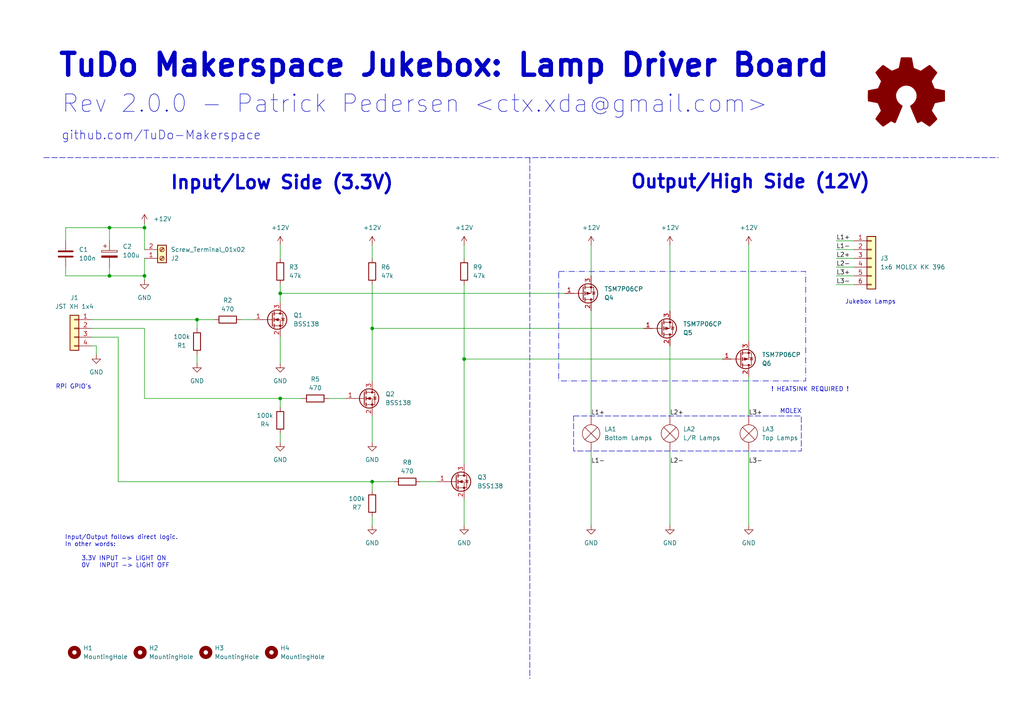
<source format=kicad_sch>
(kicad_sch (version 20231120) (generator "eeschema") (generator_version "8.0")
  (paper "A4")
  (title_block (title "Jukebox Lamp Driver Board") (date "2024-10-14") (rev "v1.0.0") (company "TuDo Makerspace"))
  (lib_symbols
    (symbol "Connector:Screw_Terminal_01x02" (pin_names (offset 1.016) hide)
      (property "Reference" "J" (at 0 2.54 0))
      (property "Value" "Screw_Terminal_01x02" (at 0 -5.08 0))
      (symbol "Screw_Terminal_01x02_1_1"
        (rectangle (start -1.27 1.27) (end 1.27 -3.81) (stroke (width 0.254)) (fill (type background)))
        (circle (center 0 -2.54) (radius 0.635) (stroke (width 0.1524)))
        (polyline (pts (xy -0.5334 -2.2098) (xy 0.3302 -3.048)) (stroke (width 0.1524)))
        (polyline (pts (xy -0.5334 0.3302) (xy 0.3302 -0.508)) (stroke (width 0.1524)))
        (polyline (pts (xy -0.3556 -2.032) (xy 0.508 -2.8702)) (stroke (width 0.1524)))
        (polyline (pts (xy -0.3556 0.508) (xy 0.508 -0.3302)) (stroke (width 0.1524)))
        (circle (center 0 0) (radius 0.635) (stroke (width 0.1524)))
        (pin passive line (at -5.08 0 0) (length 3.81) (name "Pin_1") (number "1"))
        (pin passive line (at -5.08 -2.54 0) (length 3.81) (name "Pin_2") (number "2"))
      )
    )
    (symbol "Connector_Generic:Conn_01x04" (pin_names (offset 1.016) hide)
      (property "Reference" "J" (at 0 5.08 0))
      (property "Value" "Conn_01x04" (at 0 -7.62 0))
      (symbol "Conn_01x04_1_1"
        (rectangle (start -1.27 -4.953) (end 0 -5.207) (stroke (width 0.1524)))
        (rectangle (start -1.27 -2.413) (end 0 -2.667) (stroke (width 0.1524)))
        (rectangle (start -1.27 0.127) (end 0 -0.127) (stroke (width 0.1524)))
        (rectangle (start -1.27 2.667) (end 0 2.413) (stroke (width 0.1524)))
        (rectangle (start -1.27 3.81) (end 1.27 -6.35) (stroke (width 0.254)) (fill (type background)))
        (pin passive line (at -5.08 2.54 0) (length 3.81) (name "Pin_1") (number "1"))
        (pin passive line (at -5.08 0 0) (length 3.81) (name "Pin_2") (number "2"))
        (pin passive line (at -5.08 -2.54 0) (length 3.81) (name "Pin_3") (number "3"))
        (pin passive line (at -5.08 -5.08 0) (length 3.81) (name "Pin_4") (number "4"))
      )
    )
    (symbol "Connector_Generic:Conn_01x06" (pin_names (offset 1.016) hide)
      (property "Reference" "J" (at 0 7.62 0))
      (property "Value" "Conn_01x06" (at 0 -10.16 0))
      (symbol "Conn_01x06_1_1"
        (rectangle (start -1.27 -7.493) (end 0 -7.747) (stroke (width 0.1524)))
        (rectangle (start -1.27 -4.953) (end 0 -5.207) (stroke (width 0.1524)))
        (rectangle (start -1.27 -2.413) (end 0 -2.667) (stroke (width 0.1524)))
        (rectangle (start -1.27 0.127) (end 0 -0.127) (stroke (width 0.1524)))
        (rectangle (start -1.27 2.667) (end 0 2.413) (stroke (width 0.1524)))
        (rectangle (start -1.27 5.207) (end 0 4.953) (stroke (width 0.1524)))
        (rectangle (start -1.27 6.35) (end 1.27 -8.89) (stroke (width 0.254)) (fill (type background)))
        (pin passive line (at -5.08 5.08 0) (length 3.81) (name "Pin_1") (number "1"))
        (pin passive line (at -5.08 2.54 0) (length 3.81) (name "Pin_2") (number "2"))
        (pin passive line (at -5.08 0 0) (length 3.81) (name "Pin_3") (number "3"))
        (pin passive line (at -5.08 -2.54 0) (length 3.81) (name "Pin_4") (number "4"))
        (pin passive line (at -5.08 -5.08 0) (length 3.81) (name "Pin_5") (number "5"))
        (pin passive line (at -5.08 -7.62 0) (length 3.81) (name "Pin_6") (number "6"))
      )
    )
    (symbol "Device:C" (pin_numbers hide) (pin_names (offset 0.254))
      (property "Reference" "C" (at 0.635 2.54 0))
      (property "Value" "C" (at 0.635 -2.54 0))
      (symbol "C_0_1"
        (polyline (pts (xy -2.032 -0.762) (xy 2.032 -0.762)) (stroke (width 0.508)))
        (polyline (pts (xy -2.032 0.762) (xy 2.032 0.762)) (stroke (width 0.508)))
      )
      (symbol "C_1_1"
        (pin passive line (at 0 3.81 270) (length 2.794) (name "~") (number "1"))
        (pin passive line (at 0 -3.81 90) (length 2.794) (name "~") (number "2"))
      )
    )
    (symbol "Device:C_Polarized" (pin_numbers hide) (pin_names (offset 0.254))
      (property "Reference" "C" (at 0.635 2.54 0))
      (property "Value" "C_Polarized" (at 0.635 -2.54 0))
      (symbol "C_Polarized_0_1"
        (rectangle (start -2.286 0.508) (end 2.286 1.016))
        (polyline (pts (xy -1.778 2.286) (xy -0.762 2.286)))
        (polyline (pts (xy -1.27 2.794) (xy -1.27 1.778)))
        (rectangle (start 2.286 -0.508) (end -2.286 -1.016) (fill (type outline)))
      )
      (symbol "C_Polarized_1_1"
        (pin passive line (at 0 3.81 270) (length 2.794) (name "~") (number "1"))
        (pin passive line (at 0 -3.81 90) (length 2.794) (name "~") (number "2"))
      )
    )
    (symbol "Device:Lamp" (pin_numbers hide) (pin_names (offset 0.0254) hide)
      (property "Reference" "LA" (at 0.635 3.81 0))
      (property "Value" "Lamp" (at 0.635 -3.81 0))
      (symbol "Lamp_0_1"
        (polyline (pts (xy -1.778 1.778) (xy 1.778 -1.778)))
        (polyline (pts (xy 1.778 1.778) (xy -1.778 -1.778)))
        (circle (center 0 0) (radius 2.54))
      )
      (symbol "Lamp_1_1"
        (pin passive line (at 0 -5.08 90) (length 2.54) (name "-") (number "1"))
        (pin passive line (at 0 5.08 270) (length 2.54) (name "+") (number "2"))
      )
    )
    (symbol "Device:Q_PMOS_GDS" (pin_names (offset 0) hide)
      (property "Reference" "Q" (at 5.08 1.27 0))
      (property "Value" "Q_PMOS_GDS" (at 5.08 -1.27 0))
      (symbol "Q_PMOS_GDS_0_1"
        (polyline (pts (xy 0.254 0) (xy -2.54 0)))
        (polyline (pts (xy 0.254 1.905) (xy 0.254 -1.905)) (stroke (width 0.254)))
        (polyline (pts (xy 0.762 -1.27) (xy 0.762 -2.286)) (stroke (width 0.254)))
        (polyline (pts (xy 0.762 0.508) (xy 0.762 -0.508)) (stroke (width 0.254)))
        (polyline (pts (xy 0.762 2.286) (xy 0.762 1.27)) (stroke (width 0.254)))
        (polyline (pts (xy 2.54 2.54) (xy 2.54 1.778)))
        (polyline (pts (xy 2.54 -2.54) (xy 2.54 0) (xy 0.762 0)))
        (polyline (pts (xy 0.762 1.778) (xy 3.302 1.778) (xy 3.302 -1.778) (xy 0.762 -1.778)))
        (polyline (pts (xy 2.286 0) (xy 1.27 0.381) (xy 1.27 -0.381) (xy 2.286 0)) (fill (type outline)))
        (polyline (pts (xy 2.794 -0.508) (xy 2.921 -0.381) (xy 3.683 -0.381) (xy 3.81 -0.254)))
        (polyline (pts (xy 3.302 -0.381) (xy 2.921 0.254) (xy 3.683 0.254) (xy 3.302 -0.381)))
        (circle (center 1.651 0) (radius 2.794) (stroke (width 0.254)))
        (circle (center 2.54 -1.778) (radius 0.254) (fill (type outline)))
        (circle (center 2.54 1.778) (radius 0.254) (fill (type outline)))
      )
      (symbol "Q_PMOS_GDS_1_1"
        (pin input line (at -5.08 0 0) (length 2.54) (name "G") (number "1"))
        (pin passive line (at 2.54 5.08 270) (length 2.54) (name "D") (number "2"))
        (pin passive line (at 2.54 -5.08 90) (length 2.54) (name "S") (number "3"))
      )
    )
    (symbol "Device:R" (pin_numbers hide) (pin_names (offset 0))
      (property "Reference" "R" (at 2.032 0 90))
      (property "Value" "R" (at 0 0 90))
      (symbol "R_0_1"
        (rectangle (start -1.016 -2.54) (end 1.016 2.54) (stroke (width 0.254)))
      )
      (symbol "R_1_1"
        (pin passive line (at 0 3.81 270) (length 1.27) (name "~") (number "1"))
        (pin passive line (at 0 -3.81 90) (length 1.27) (name "~") (number "2"))
      )
    )
    (symbol "Graphic:Logo_Open_Hardware_Large" (in_bom no) (on_board no)
      (symbol "Logo_Open_Hardware_Large_1_1"
        (polyline (pts (xy 6.731 -8.7122) (xy 6.6294 -8.6614) (xy 6.35 -8.4836) (xy 5.9944 -8.255) (xy 5.5372 -7.9502) (xy 5.1054 -7.6454) (xy 4.7498 -7.4168) (xy 4.4958 -7.239) (xy 4.3942 -7.1882) (xy 4.318 -7.2136) (xy 4.1148 -7.3152) (xy 3.81 -7.4676) (xy 3.6322 -7.5692) (xy 3.3528 -7.6708) (xy 3.2258 -7.6962) (xy 3.2004 -7.6708) (xy 3.0988 -7.4676) (xy 2.9464 -7.0866) (xy 2.7178 -6.604) (xy 2.4892 -6.0452) (xy 2.2352 -5.4356) (xy 1.9558 -4.826) (xy 1.7272 -4.2164) (xy 1.4986 -3.683) (xy 1.3208 -3.2512) (xy 1.2192 -2.9464) (xy 1.1684 -2.8194) (xy 1.1938 -2.794) (xy 1.3208 -2.667) (xy 1.5748 -2.4892) (xy 2.0828 -2.0574) (xy 2.6162 -1.397) (xy 2.921 -0.6604) (xy 3.048 0.1524) (xy 2.9464 0.9144) (xy 2.6416 1.6256) (xy 2.1336 2.286) (xy 1.524 2.7686) (xy 0.8128 3.0734) (xy 0 3.175) (xy -0.762 3.0988) (xy -1.4986 2.794) (xy -2.159 2.286) (xy -2.4384 1.9812) (xy -2.8194 1.3208) (xy -3.048 0.6096) (xy -3.0734 0.4318) (xy -3.0226 -0.3556) (xy -2.794 -1.0922) (xy -2.3876 -1.7526) (xy -1.8288 -2.3114) (xy -1.7526 -2.3622) (xy -1.4732 -2.5654) (xy -1.2954 -2.6924) (xy -1.1684 -2.8194) (xy -2.159 -5.207) (xy -2.3114 -5.588) (xy -2.5908 -6.2484) (xy -2.8194 -6.8072) (xy -3.0226 -7.2644) (xy -3.1496 -7.5692) (xy -3.2258 -7.6708) (xy -3.2258 -7.6962) (xy -3.302 -7.6962) (xy -3.4798 -7.6454) (xy -3.8354 -7.4676) (xy -4.0386 -7.366) (xy -4.2926 -7.239) (xy -4.4196 -7.1882) (xy -4.5212 -7.239) (xy -4.7498 -7.3914) (xy -5.1054 -7.6454) (xy -5.5372 -7.9248) (xy -5.9436 -8.2042) (xy -6.3246 -8.4582) (xy -6.604 -8.636) (xy -6.731 -8.7122) (xy -6.7564 -8.7122) (xy -6.858 -8.636) (xy -7.0866 -8.4582) (xy -7.4168 -8.1534) (xy -7.874 -7.6962) (xy -7.9502 -7.62) (xy -8.3312 -7.239) (xy -8.636 -6.9088) (xy -8.8392 -6.6802) (xy -8.9154 -6.5786) (xy -8.9154 -6.5786) (xy -8.8392 -6.4516) (xy -8.6614 -6.1722) (xy -8.4328 -5.7912) (xy -8.128 -5.3594) (xy -7.3152 -4.191) (xy -7.7724 -3.0988) (xy -7.8994 -2.7686) (xy -8.0772 -2.3622) (xy -8.2042 -2.0828) (xy -8.255 -1.9558) (xy -8.382 -1.905) (xy -8.6614 -1.8542) (xy -9.0932 -1.7526) (xy -9.6266 -1.651) (xy -10.1092 -1.5748) (xy -10.541 -1.4732) (xy -10.8712 -1.4224) (xy -11.0236 -1.397) (xy -11.049 -1.3716) (xy -11.0744 -1.2954) (xy -11.0998 -1.143) (xy -11.0998 -0.889) (xy -11.1252 -0.4572) (xy -11.1252 0.1524) (xy -11.1252 0.2286) (xy -11.0998 0.8128) (xy -11.0998 1.27) (xy -11.0744 1.5494) (xy -11.0744 1.6764) (xy -11.0744 1.6764) (xy -10.922 1.7018) (xy -10.6172 1.778) (xy -10.16 1.8542) (xy -9.652 1.9558) (xy -9.6012 1.9812) (xy -9.0932 2.0828) (xy -8.636 2.159) (xy -8.3312 2.2352) (xy -8.2042 2.286) (xy -8.1788 2.3114) (xy -8.0772 2.5146) (xy -7.9248 2.8448) (xy -7.747 3.2512) (xy -7.5692 3.6576) (xy -7.4168 4.0386) (xy -7.3152 4.318) (xy -7.2898 4.445) (xy -7.2898 4.445) (xy -7.366 4.572) (xy -7.5438 4.826) (xy -7.7978 5.207) (xy -8.128 5.6642) (xy -8.128 5.6896) (xy -8.4328 6.1468) (xy -8.6868 6.5278) (xy -8.8392 6.7818) (xy -8.9154 6.9088) (xy -8.9154 6.9088) (xy -8.8138 7.0358) (xy -8.5852 7.2898) (xy -8.255 7.6454) (xy -7.874 8.0264) (xy -7.747 8.1534) (xy -7.3152 8.5852) (xy -7.0104 8.8646) (xy -6.8326 8.9916) (xy -6.731 9.0424) (xy -6.731 9.0424) (xy -6.604 8.9408) (xy -6.3246 8.763) (xy -5.9436 8.509) (xy -5.4864 8.2042) (xy -5.461 8.1788) (xy -5.0038 7.874) (xy -4.6482 7.62) (xy -4.3688 7.4422) (xy -4.2672 7.3914) (xy -4.2418 7.3914) (xy -4.064 7.4422) (xy -3.7338 7.5438) (xy -3.3528 7.6962) (xy -2.9464 7.874) (xy -2.5654 8.0264) (xy -2.286 8.1534) (xy -2.159 8.2296) (xy -2.159 8.2296) (xy -2.1082 8.382) (xy -2.032 8.7122) (xy -1.9304 9.1694) (xy -1.8288 9.7282) (xy -1.8034 9.8044) (xy -1.7018 10.3378) (xy -1.6256 10.7696) (xy -1.5748 11.0744) (xy -1.524 11.2014) (xy -1.4478 11.2268) (xy -1.1938 11.2522) (xy -0.8128 11.2522) (xy -0.3302 11.2522) (xy 0.1524 11.2522) (xy 0.6604 11.2522) (xy 1.0668 11.2268) (xy 1.3716 11.2014) (xy 1.4986 11.176) (xy 1.4986 11.176) (xy 1.5494 11.0236) (xy 1.6256 10.6934) (xy 1.7018 10.2108) (xy 1.8288 9.6774) (xy 1.8288 9.5758) (xy 1.9304 9.0424) (xy 2.032 8.6106) (xy 2.0828 8.3058) (xy 2.1336 8.2042) (xy 2.159 8.1788) (xy 2.3876 8.0772) (xy 2.7432 7.9248) (xy 3.175 7.747) (xy 4.191 7.3406) (xy 5.461 8.2042) (xy 5.5626 8.2804) (xy 6.0198 8.5852) (xy 6.3754 8.8392) (xy 6.6294 8.9916) (xy 6.7564 9.0424) (xy 6.7564 9.0424) (xy 6.8834 8.9408) (xy 7.1374 8.7122) (xy 7.4676 8.382) (xy 7.8486 7.9756) (xy 8.1534 7.6962) (xy 8.4836 7.3406) (xy 8.7122 7.112) (xy 8.8392 6.9596) (xy 8.8646 6.858) (xy 8.8646 6.8072) (xy 8.7884 6.6802) (xy 8.6106 6.4008) (xy 8.3312 6.0198) (xy 8.0264 5.588) (xy 7.7978 5.207) (xy 7.5184 4.8006) (xy 7.3406 4.4958) (xy 7.2898 4.3434) (xy 7.2898 4.2926) (xy 7.3914 4.0386) (xy 7.5184 3.683) (xy 7.7216 3.2258) (xy 8.1534 2.2352) (xy 8.7884 2.1082) (xy 9.1948 2.0574) (xy 9.7536 1.9304) (xy 10.2616 1.8288) (xy 11.0998 1.6764) (xy 11.1252 -1.3208) (xy 10.9982 -1.3716) (xy 10.8712 -1.397) (xy 10.5664 -1.4732) (xy 10.1346 -1.5494) (xy 9.6266 -1.651) (xy 9.1948 -1.7272) (xy 8.7376 -1.8288) (xy 8.4328 -1.8796) (xy 8.2804 -1.905) (xy 8.255 -1.9558) (xy 8.1534 -2.159) (xy 7.9756 -2.5146) (xy 7.8232 -2.921) (xy 7.6454 -3.3274) (xy 7.493 -3.7338) (xy 7.366 -4.0132) (xy 7.3406 -4.191) (xy 7.3914 -4.2926) (xy 7.5692 -4.5466) (xy 7.7978 -4.9276) (xy 8.1026 -5.3594) (xy 8.4074 -5.7912) (xy 8.6614 -6.1722) (xy 8.8138 -6.4262) (xy 8.89 -6.5532) (xy 8.8646 -6.6548) (xy 8.6868 -6.858) (xy 8.3566 -7.1882) (xy 7.874 -7.6708) (xy 7.7978 -7.747) (xy 7.3914 -8.128) (xy 7.0612 -8.4328) (xy 6.8326 -8.636) (xy 6.731 -8.7122)) (fill (type outline)))
      )
    )
    (symbol "Mechanical:MountingHole" (pin_names (offset 1.016)) (exclude_from_sim yes) (in_bom no)
      (property "Reference" "H" (at 0 5.08 0))
      (property "Value" "MountingHole" (at 0 3.175 0))
      (symbol "MountingHole_0_1"
        (circle (center 0 0) (radius 1.27) (stroke (width 1.27)))
      )
    )
    (symbol "Transistor_FET:BSS138" (pin_names hide)
      (property "Reference" "Q" (at 5.08 1.905 0))
      (property "Value" "BSS138" (at 5.08 0 0))
      (symbol "BSS138_0_1"
        (polyline (pts (xy 0.254 0) (xy -2.54 0)))
        (polyline (pts (xy 0.254 1.905) (xy 0.254 -1.905)) (stroke (width 0.254)))
        (polyline (pts (xy 0.762 -1.27) (xy 0.762 -2.286)) (stroke (width 0.254)))
        (polyline (pts (xy 0.762 0.508) (xy 0.762 -0.508)) (stroke (width 0.254)))
        (polyline (pts (xy 0.762 2.286) (xy 0.762 1.27)) (stroke (width 0.254)))
        (polyline (pts (xy 2.54 2.54) (xy 2.54 1.778)))
        (polyline (pts (xy 2.54 -2.54) (xy 2.54 0) (xy 0.762 0)))
        (polyline (pts (xy 0.762 -1.778) (xy 3.302 -1.778) (xy 3.302 1.778) (xy 0.762 1.778)))
        (polyline (pts (xy 1.016 0) (xy 2.032 0.381) (xy 2.032 -0.381) (xy 1.016 0)) (fill (type outline)))
        (polyline (pts (xy 2.794 0.508) (xy 2.921 0.381) (xy 3.683 0.381) (xy 3.81 0.254)))
        (polyline (pts (xy 3.302 0.381) (xy 2.921 -0.254) (xy 3.683 -0.254) (xy 3.302 0.381)))
        (circle (center 1.651 0) (radius 2.794) (stroke (width 0.254)))
        (circle (center 2.54 -1.778) (radius 0.254) (fill (type outline)))
        (circle (center 2.54 1.778) (radius 0.254) (fill (type outline)))
      )
      (symbol "BSS138_1_1"
        (pin input line (at -5.08 0 0) (length 2.54) (name "G") (number "1"))
        (pin passive line (at 2.54 -5.08 90) (length 2.54) (name "S") (number "2"))
        (pin passive line (at 2.54 5.08 270) (length 2.54) (name "D") (number "3"))
      )
    )
    (symbol "power:+12V" (power) (pin_numbers hide) (pin_names (offset 0) hide)
      (property "Value" "+12V" (at 0 3.556 0))
      (symbol "+12V_0_1"
        (polyline (pts (xy -0.762 1.27) (xy 0 2.54)))
        (polyline (pts (xy 0 0) (xy 0 2.54)))
        (polyline (pts (xy 0 2.54) (xy 0.762 1.27)))
      )
      (symbol "+12V_1_1"
        (pin power_in line (at 0 0 90) (length 0) (name "~") (number "1"))
      )
    )
    (symbol "power:+24V" (power) (pin_numbers hide) (pin_names (offset 0) hide)
      (property "Value" "+24V" (at 0 3.556 0))
      (symbol "+24V_0_1"
        (polyline (pts (xy -0.762 1.27) (xy 0 2.54)))
        (polyline (pts (xy 0 0) (xy 0 2.54)))
        (polyline (pts (xy 0 2.54) (xy 0.762 1.27)))
      )
      (symbol "+24V_1_1"
        (pin power_in line (at 0 0 90) (length 0) (name "~") (number "1"))
      )
    )
    (symbol "power:GND" (power) (pin_numbers hide) (pin_names (offset 0) hide)
      (property "Value" "GND" (at 0 -3.81 0))
      (symbol "GND_0_1"
        (polyline (pts (xy 0 0) (xy 0 -1.27) (xy 1.27 -1.27) (xy 0 -2.54) (xy -1.27 -1.27) (xy 0 -1.27)))
      )
      (symbol "GND_1_1"
        (pin power_in line (at 0 0 270) (length 0) (name "~") (number "1"))
      )
    )
  )
  (junction (at 41.91 66.04))
  (junction (at 134.62 104.14))
  (junction (at 57.15 92.71))
  (junction (at 31.75 80.01))
  (junction (at 81.28 85.09))
  (junction (at 31.75 66.04))
  (junction (at 41.91 80.01))
  (junction (at 107.95 139.7))
  (junction (at 81.28 115.57))
  (junction (at 107.95 95.25))
  (wire (pts (xy 217.17 130.81) (xy 217.17 152.4)))
  (wire (pts (xy 194.31 130.81) (xy 194.31 152.4)))
  (wire (pts (xy 242.57 77.47) (xy 247.65 77.47)))
  (wire (pts (xy 57.15 102.87) (xy 57.15 105.41)))
  (wire (pts (xy 19.05 80.01) (xy 19.05 77.47)))
  (wire (pts (xy 194.31 71.12) (xy 194.31 90.17)))
  (wire (pts (xy 107.95 120.65) (xy 107.95 128.27)))
  (wire (pts (xy 57.15 92.71) (xy 26.67 92.71)))
  (wire (pts (xy 242.57 82.55) (xy 247.65 82.55)))
  (wire (pts (xy 171.45 71.12) (xy 171.45 80.01)))
  (wire (pts (xy 41.91 74.93) (xy 41.91 80.01)))
  (wire (pts (xy 121.92 139.7) (xy 127 139.7)))
  (wire (pts (xy 81.28 115.57) (xy 41.91 115.57)))
  (wire (pts (xy 41.91 66.04) (xy 31.75 66.04)))
  (wire (pts (xy 26.67 95.25) (xy 41.91 95.25)))
  (wire (pts (xy 81.28 82.55) (xy 81.28 85.09)))
  (wire (pts (xy 217.17 109.22) (xy 217.17 120.65)))
  (wire (pts (xy 27.94 100.33) (xy 27.94 102.87)))
  (wire (pts (xy 41.91 80.01) (xy 41.91 81.28)))
  (wire (pts (xy 114.3 139.7) (xy 107.95 139.7)))
  (wire (pts (xy 134.62 71.12) (xy 134.62 74.93)))
  (wire (pts (xy 194.31 100.33) (xy 194.31 120.65)))
  (wire (pts (xy 69.85 92.71) (xy 73.66 92.71)))
  (wire (pts (xy 41.91 80.01) (xy 31.75 80.01)))
  (wire (pts (xy 107.95 82.55) (xy 107.95 95.25)))
  (wire (pts (xy 81.28 71.12) (xy 81.28 74.93)))
  (polyline (pts (xy 153.67 45.72) (xy 153.67 196.85)) (stroke (width 0) (type dash)))
  (wire (pts (xy 81.28 115.57) (xy 81.28 118.11)))
  (wire (pts (xy 134.62 82.55) (xy 134.62 104.14)))
  (wire (pts (xy 81.28 97.79) (xy 81.28 105.41)))
  (wire (pts (xy 107.95 71.12) (xy 107.95 74.93)))
  (wire (pts (xy 242.57 72.39) (xy 247.65 72.39)))
  (wire (pts (xy 31.75 66.04) (xy 31.75 69.85)))
  (wire (pts (xy 34.29 139.7) (xy 34.29 97.79)))
  (wire (pts (xy 81.28 85.09) (xy 81.28 87.63)))
  (wire (pts (xy 107.95 139.7) (xy 107.95 142.24)))
  (wire (pts (xy 41.91 64.77) (xy 41.91 66.04)))
  (wire (pts (xy 107.95 139.7) (xy 34.29 139.7)))
  (wire (pts (xy 242.57 69.85) (xy 247.65 69.85)))
  (wire (pts (xy 107.95 149.86) (xy 107.95 152.4)))
  (wire (pts (xy 134.62 144.78) (xy 134.62 152.4)))
  (wire (pts (xy 81.28 85.09) (xy 163.83 85.09)))
  (wire (pts (xy 134.62 104.14) (xy 134.62 134.62)))
  (wire (pts (xy 87.63 115.57) (xy 81.28 115.57)))
  (polyline (pts (xy 12.7 45.72) (xy 289.56 45.72)) (stroke (width 0) (type dash)))
  (wire (pts (xy 81.28 125.73) (xy 81.28 128.27)))
  (wire (pts (xy 134.62 104.14) (xy 209.55 104.14)))
  (wire (pts (xy 171.45 130.81) (xy 171.45 152.4)))
  (wire (pts (xy 57.15 92.71) (xy 57.15 95.25)))
  (wire (pts (xy 41.91 115.57) (xy 41.91 95.25)))
  (wire (pts (xy 171.45 90.17) (xy 171.45 120.65)))
  (wire (pts (xy 62.23 92.71) (xy 57.15 92.71)))
  (wire (pts (xy 31.75 77.47) (xy 31.75 80.01)))
  (wire (pts (xy 19.05 66.04) (xy 19.05 69.85)))
  (wire (pts (xy 95.25 115.57) (xy 100.33 115.57)))
  (wire (pts (xy 107.95 95.25) (xy 107.95 110.49)))
  (wire (pts (xy 31.75 80.01) (xy 19.05 80.01)))
  (wire (pts (xy 217.17 71.12) (xy 217.17 99.06)))
  (wire (pts (xy 31.75 66.04) (xy 19.05 66.04)))
  (wire (pts (xy 27.94 100.33) (xy 26.67 100.33)))
  (wire (pts (xy 107.95 95.25) (xy 186.69 95.25)))
  (wire (pts (xy 41.91 66.04) (xy 41.91 72.39)))
  (wire (pts (xy 242.57 74.93) (xy 247.65 74.93)))
  (wire (pts (xy 242.57 80.01) (xy 247.65 80.01)))
  (wire (pts (xy 26.67 97.79) (xy 34.29 97.79)))
  (rectangle (start 166.37 120.65) (end 232.41 130.81) (stroke (width 0) (type dash)))
  (rectangle (start 162.052 78.74) (end 233.68 110.49) (stroke (width 0) (type dash_dot)))
  (text "! HEATSINK REQUIRED !" (at 234.95 113.03 0) (effects (font (size 1.27 1.27))))
  (text "Input/Output follows direct logic.\nIn other words:\n\n	3.3V INPUT -> LIGHT ON\n	0V   INPUT -> LIGHT OFF" (at 18.796 160.02 0) (effects (font (size 1.27 1.27)) (justify left)))
  (text "Jukebox Lamps" (at 252.476 87.63 0) (effects (font (size 1.27 1.27))))
  (text "MOLEX" (at 229.362 119.38 0) (effects (font (size 1.27 1.27))))
  (text "Rev 2.0.0 - Patrick Pedersen <ctx.xda@gmail.com>" (at 17.78 30.226 0) (effects (font (size 5.08 5.08)) (justify left)))
  (text "Input/Low Side (3.3V)" (at 81.788 53.086 0) (effects (font (size 3.81 3.81) (thickness 0.762) (bold yes))))
  (text "github.com/TuDo-Makerspace" (at 17.78 39.37 0) (effects (font (size 2.54 2.54)) (justify left)))
  (text "Output/High Side (12V)" (at 217.678 52.832 0) (effects (font (size 3.81 3.81) (thickness 0.762) (bold yes))))
  (text "RPi GPIO's" (at 21.336 112.268 0) (effects (font (size 1.27 1.27))))
  (text "TuDo Makerspace Jukebox: Lamp Driver Board" (at 16.51 19.05 0) (effects (font (size 6.35 6.35) (thickness 1.27) (bold yes)) (justify left)))
  (label "L1+" (at 242.57 69.85 0))
  (label "L3-" (at 242.57 82.55 0))
  (label "L1-" (at 171.45 134.62 0))
  (label "L2-" (at 194.31 134.62 0))
  (label "L3-" (at 217.17 134.62 0))
  (label "L2+" (at 194.31 120.65 0))
  (label "L1-" (at 242.57 72.39 0))
  (label "L3+" (at 217.17 120.65 0))
  (label "L2+" (at 242.57 74.93 0))
  (label "L3+" (at 242.57 80.01 0))
  (label "L2-" (at 242.57 77.47 0))
  (label "L1+" (at 171.45 120.65 0))
  (symbol (lib_id "power:GND") (at 41.91 81.28 0) (unit 1)
    (property "Reference" "#PWR03" (effects (hide yes)))
    (property "Value" "GND" (at 41.91 86.36 0))
    (property "Description" "Power symbol creates a global label with name \"GND\" , ground" (effects (hide yes)))
  )
  (symbol (lib_id "power:GND") (at 81.28 128.27 0) (unit 1)
    (property "Reference" "#PWR07" (effects (hide yes)))
    (property "Value" "GND" (at 81.28 133.35 0))
    (property "Description" "Power symbol creates a global label with name \"GND\" , ground" (effects (hide yes)))
  )
  (symbol (lib_id "Connector_Generic:Conn_01x04") (at 21.59 95.25 0) (mirror y) (unit 1)
    (property "Reference" "J1" (at 21.59 86.36 0))
    (property "Value" "JST XH 1x4" (at 21.59 88.9 0))
    (property "Footprint" "Connector_JST:JST_XH_B4B-XH-A_1x04_P2.50mm_Vertical" (effects (hide yes)))
    (property "Description" "Generic connector, single row, 01x04, script generated (kicad-library-utils/schlib/autogen/connector/)" (effects (hide yes)))
  )
  (symbol (lib_id "Mechanical:MountingHole") (at 59.69 189.23 0) (unit 1) (exclude_from_sim yes) (in_bom no)
    (property "Reference" "H3" (at 62.23 187.9599 0) (effects (justify left)))
    (property "Value" "MountingHole" (at 62.23 190.4999 0) (effects (justify left)))
    (property "Footprint" "MountingHole:MountingHole_3.2mm_M3" (effects (hide yes)))
    (property "Description" "Mounting Hole without connection" (effects (hide yes)))
  )
  (symbol (lib_id "Device:R") (at 81.28 78.74 0) (unit 1)
    (property "Reference" "R3" (at 83.82 77.4699 0) (effects (justify left)))
    (property "Value" "47k" (at 83.82 80.0099 0) (effects (justify left)))
    (property "Footprint" "Resistor_SMD:R_1206_3216Metric_Pad1.30x1.75mm_HandSolder" (effects (hide yes)))
    (property "Description" "Resistor" (effects (hide yes)))
  )
  (symbol (lib_id "Device:R") (at 66.04 92.71 270) (unit 1)
    (property "Reference" "R2" (at 66.04 87.122 90))
    (property "Value" "470" (at 66.04 89.662 90))
    (property "Footprint" "Resistor_SMD:R_1206_3216Metric_Pad1.30x1.75mm_HandSolder" (effects (hide yes)))
    (property "Description" "Resistor" (effects (hide yes)))
  )
  (symbol (lib_id "Device:R") (at 107.95 78.74 0) (unit 1)
    (property "Reference" "R6" (at 110.49 77.4699 0) (effects (justify left)))
    (property "Value" "47k" (at 110.49 80.0099 0) (effects (justify left)))
    (property "Footprint" "Resistor_SMD:R_1206_3216Metric_Pad1.30x1.75mm_HandSolder" (effects (hide yes)))
    (property "Description" "Resistor" (effects (hide yes)))
  )
  (symbol (lib_id "power:+12V") (at 171.45 71.12 0) (unit 1)
    (property "Reference" "#PWR013" (effects (hide yes)))
    (property "Value" "+12V" (at 171.45 66.04 0))
    (property "Description" "Power symbol creates a global label with name \"+12V\"" (effects (hide yes)))
  )
  (symbol (lib_id "Device:R") (at 107.95 146.05 0) (unit 1)
    (property "Reference" "R7" (at 103.505 147.193 0))
    (property "Value" "100k" (at 103.505 144.653 0))
    (property "Footprint" "Resistor_SMD:R_1206_3216Metric_Pad1.30x1.75mm_HandSolder" (effects (hide yes)))
    (property "Description" "Resistor" (effects (hide yes)))
  )
  (symbol (lib_id "Device:R") (at 81.28 121.92 0) (unit 1)
    (property "Reference" "R4" (at 76.835 123.063 0))
    (property "Value" "100k" (at 76.835 120.523 0))
    (property "Footprint" "Resistor_SMD:R_1206_3216Metric_Pad1.30x1.75mm_HandSolder" (effects (hide yes)))
    (property "Description" "Resistor" (effects (hide yes)))
  )
  (symbol (lib_id "power:GND") (at 134.62 152.4 0) (unit 1)
    (property "Reference" "#PWR012" (effects (hide yes)))
    (property "Value" "GND" (at 134.62 157.48 0))
    (property "Description" "Power symbol creates a global label with name \"GND\" , ground" (effects (hide yes)))
  )
  (symbol (lib_id "power:+12V") (at 107.95 71.12 0) (unit 1)
    (property "Reference" "#PWR08" (effects (hide yes)))
    (property "Value" "+12V" (at 107.95 66.04 0))
    (property "Description" "Power symbol creates a global label with name \"+12V\"" (effects (hide yes)))
  )
  (symbol (lib_id "power:GND") (at 27.94 102.87 0) (unit 1)
    (property "Reference" "#PWR01" (effects (hide yes)))
    (property "Value" "GND" (at 27.94 107.95 0))
    (property "Description" "Power symbol creates a global label with name \"GND\" , ground" (effects (hide yes)))
  )
  (symbol (lib_id "Device:R") (at 118.11 139.7 270) (unit 1)
    (property "Reference" "R8" (at 118.11 134.112 90))
    (property "Value" "470" (at 118.11 136.652 90))
    (property "Footprint" "Resistor_SMD:R_1206_3216Metric_Pad1.30x1.75mm_HandSolder" (effects (hide yes)))
    (property "Description" "Resistor" (effects (hide yes)))
  )
  (symbol (lib_id "power:+24V") (at 41.91 64.77 0) (unit 1)
    (property "Reference" "#PWR02" (effects (hide yes)))
    (property "Value" "+12V" (at 44.45 63.4999 0) (effects (justify left)))
    (property "Description" "Power symbol creates a global label with name \"+24V\"" (effects (hide yes)))
  )
  (symbol (lib_id "Connector_Generic:Conn_01x06") (at 252.73 74.93 0) (unit 1)
    (property "Reference" "J3" (at 255.27 74.9299 0) (effects (justify left)))
    (property "Value" "1x6 MOLEX KK 396" (at 255.27 77.4699 0) (effects (justify left)))
    (property "Footprint" "Connector_Molex:Molex_KK-396_5273-06A_1x06_P3.96mm_Vertical" (effects (hide yes)))
    (property "Description" "Generic connector, single row, 01x06, script generated (kicad-library-utils/schlib/autogen/connector/)" (effects (hide yes)))
  )
  (symbol (lib_id "Transistor_FET:BSS138") (at 105.41 115.57 0) (unit 1)
    (property "Reference" "Q2" (at 111.76 114.2999 0) (effects (justify left)))
    (property "Value" "BSS138" (at 111.76 116.8399 0) (effects (justify left)))
    (property "Footprint" "Package_TO_SOT_SMD:SOT-23" (effects (hide yes)))
    (property "Datasheet" "https://www.onsemi.com/pub/Collateral/BSS138-D.PDF" (effects (hide yes)))
    (property "Description" "50V Vds, 0.22A Id, N-Channel MOSFET, SOT-23" (effects (hide yes)))
  )
  (symbol (lib_id "Device:Lamp") (at 194.31 125.73 180) (unit 1) (on_board no)
    (property "Reference" "LA2" (at 198.12 124.4599 0) (effects (justify right)))
    (property "Value" "L/R Lamps" (at 198.12 126.9999 0) (effects (justify right)))
    (property "Description" "Lamp" (effects (hide yes)))
  )
  (symbol (lib_id "Device:Q_PMOS_GDS") (at 191.77 95.25 0) (mirror x) (unit 1)
    (property "Reference" "Q5" (at 198.12 96.5201 0) (effects (justify left)))
    (property "Value" "TSM7P06CP" (at 198.12 93.9801 0) (effects (justify left)))
    (property "Footprint" "Package_TO_SOT_SMD:TO-252-2" (effects (hide yes)))
    (property "Description" "P-MOSFET transistor, gate/drain/source" (effects (hide yes)))
    (property "Sim.Device" "PMOS" (effects (hide yes)))
    (property "Sim.Type" "VDMOS" (effects (hide yes)))
    (property "Sim.Pins" "1=D 2=G 3=S" (effects (hide yes)))
  )
  (symbol (lib_id "power:GND") (at 217.17 152.4 0) (unit 1)
    (property "Reference" "#PWR018" (effects (hide yes)))
    (property "Value" "GND" (at 217.17 157.48 0))
    (property "Description" "Power symbol creates a global label with name \"GND\" , ground" (effects (hide yes)))
  )
  (symbol (lib_id "Transistor_FET:BSS138") (at 132.08 139.7 0) (unit 1)
    (property "Reference" "Q3" (at 138.43 138.4299 0) (effects (justify left)))
    (property "Value" "BSS138" (at 138.43 140.9699 0) (effects (justify left)))
    (property "Footprint" "Package_TO_SOT_SMD:SOT-23" (effects (hide yes)))
    (property "Datasheet" "https://www.onsemi.com/pub/Collateral/BSS138-D.PDF" (effects (hide yes)))
    (property "Description" "50V Vds, 0.22A Id, N-Channel MOSFET, SOT-23" (effects (hide yes)))
  )
  (symbol (lib_id "power:+12V") (at 134.62 71.12 0) (unit 1)
    (property "Reference" "#PWR011" (effects (hide yes)))
    (property "Value" "+12V" (at 134.62 66.04 0))
    (property "Description" "Power symbol creates a global label with name \"+12V\"" (effects (hide yes)))
  )
  (symbol (lib_id "Mechanical:MountingHole") (at 21.59 189.23 0) (unit 1) (exclude_from_sim yes) (in_bom no)
    (property "Reference" "H1" (at 24.13 187.9599 0) (effects (justify left)))
    (property "Value" "MountingHole" (at 24.13 190.4999 0) (effects (justify left)))
    (property "Footprint" "MountingHole:MountingHole_3.2mm_M3" (effects (hide yes)))
    (property "Description" "Mounting Hole without connection" (effects (hide yes)))
  )
  (symbol (lib_id "Device:R") (at 91.44 115.57 270) (unit 1)
    (property "Reference" "R5" (at 91.44 109.982 90))
    (property "Value" "470" (at 91.44 112.522 90))
    (property "Footprint" "Resistor_SMD:R_1206_3216Metric_Pad1.30x1.75mm_HandSolder" (effects (hide yes)))
    (property "Description" "Resistor" (effects (hide yes)))
  )
  (symbol (lib_id "Device:R") (at 57.15 99.06 0) (unit 1)
    (property "Reference" "R1" (at 52.705 100.203 0))
    (property "Value" "100k" (at 52.705 97.663 0))
    (property "Footprint" "Resistor_SMD:R_1206_3216Metric_Pad1.30x1.75mm_HandSolder" (effects (hide yes)))
    (property "Description" "Resistor" (effects (hide yes)))
  )
  (symbol (lib_id "Device:Lamp") (at 171.45 125.73 180) (unit 1) (on_board no)
    (property "Reference" "LA1" (at 175.26 124.4599 0) (effects (justify right)))
    (property "Value" "Bottom Lamps" (at 175.26 126.9999 0) (effects (justify right)))
    (property "Description" "Lamp" (effects (hide yes)))
  )
  (symbol (lib_id "Device:R") (at 134.62 78.74 0) (unit 1)
    (property "Reference" "R9" (at 137.16 77.4699 0) (effects (justify left)))
    (property "Value" "47k" (at 137.16 80.0099 0) (effects (justify left)))
    (property "Footprint" "Resistor_SMD:R_1206_3216Metric_Pad1.30x1.75mm_HandSolder" (effects (hide yes)))
    (property "Description" "Resistor" (effects (hide yes)))
  )
  (symbol (lib_id "Device:Q_PMOS_GDS") (at 168.91 85.09 0) (mirror x) (unit 1)
    (property "Reference" "Q4" (at 175.26 86.3601 0) (effects (justify left)))
    (property "Value" "TSM7P06CP" (at 175.26 83.8201 0) (effects (justify left)))
    (property "Footprint" "Package_TO_SOT_SMD:TO-252-2" (effects (hide yes)))
    (property "Description" "P-MOSFET transistor, gate/drain/source" (effects (hide yes)))
    (property "Sim.Device" "PMOS" (effects (hide yes)))
    (property "Sim.Type" "VDMOS" (effects (hide yes)))
    (property "Sim.Pins" "1=D 2=G 3=S" (effects (hide yes)))
  )
  (symbol (lib_id "Transistor_FET:BSS138") (at 78.74 92.71 0) (unit 1)
    (property "Reference" "Q1" (at 85.09 91.4399 0) (effects (justify left)))
    (property "Value" "BSS138" (at 85.09 93.9799 0) (effects (justify left)))
    (property "Footprint" "Package_TO_SOT_SMD:SOT-23" (effects (hide yes)))
    (property "Datasheet" "https://www.onsemi.com/pub/Collateral/BSS138-D.PDF" (effects (hide yes)))
    (property "Description" "50V Vds, 0.22A Id, N-Channel MOSFET, SOT-23" (effects (hide yes)))
  )
  (symbol (lib_id "Device:Lamp") (at 217.17 125.73 180) (unit 1) (on_board no)
    (property "Reference" "LA3" (at 220.98 124.4599 0) (effects (justify right)))
    (property "Value" "Top Lamps" (at 220.98 126.9999 0) (effects (justify right)))
    (property "Description" "Lamp" (effects (hide yes)))
  )
  (symbol (lib_id "power:GND") (at 107.95 152.4 0) (unit 1)
    (property "Reference" "#PWR010" (effects (hide yes)))
    (property "Value" "GND" (at 107.95 157.48 0))
    (property "Description" "Power symbol creates a global label with name \"GND\" , ground" (effects (hide yes)))
  )
  (symbol (lib_id "power:GND") (at 194.31 152.4 0) (unit 1)
    (property "Reference" "#PWR016" (effects (hide yes)))
    (property "Value" "GND" (at 194.31 157.48 0))
    (property "Description" "Power symbol creates a global label with name \"GND\" , ground" (effects (hide yes)))
  )
  (symbol (lib_id "power:+12V") (at 81.28 71.12 0) (unit 1)
    (property "Reference" "#PWR05" (effects (hide yes)))
    (property "Value" "+12V" (at 81.28 66.04 0))
    (property "Description" "Power symbol creates a global label with name \"+12V\"" (effects (hide yes)))
  )
  (symbol (lib_id "Mechanical:MountingHole") (at 78.74 189.23 0) (unit 1) (exclude_from_sim yes) (in_bom no)
    (property "Reference" "H4" (at 81.28 187.9599 0) (effects (justify left)))
    (property "Value" "MountingHole" (at 81.28 190.4999 0) (effects (justify left)))
    (property "Footprint" "MountingHole:MountingHole_3.2mm_M3" (effects (hide yes)))
    (property "Description" "Mounting Hole without connection" (effects (hide yes)))
  )
  (symbol (lib_id "power:GND") (at 107.95 128.27 0) (unit 1)
    (property "Reference" "#PWR09" (effects (hide yes)))
    (property "Value" "GND" (at 107.95 133.35 0))
    (property "Description" "Power symbol creates a global label with name \"GND\" , ground" (effects (hide yes)))
  )
  (symbol (lib_id "power:GND") (at 57.15 105.41 0) (unit 1)
    (property "Reference" "#PWR04" (effects (hide yes)))
    (property "Value" "GND" (at 57.15 110.49 0))
    (property "Description" "Power symbol creates a global label with name \"GND\" , ground" (effects (hide yes)))
  )
  (symbol (lib_id "Connector:Screw_Terminal_01x02") (at 46.99 74.93 0) (mirror x) (unit 1)
    (property "Reference" "J2" (at 49.53 74.9301 0) (effects (justify left)))
    (property "Value" "Screw_Terminal_01x02" (at 49.53 72.3901 0) (effects (justify left)))
    (property "Footprint" "TerminalBlock_Phoenix:TerminalBlock_Phoenix_MKDS-1,5-2-5.08_1x02_P5.08mm_Horizontal" (effects (hide yes)))
    (property "Description" "Generic screw terminal, single row, 01x02, script generated (kicad-library-utils/schlib/autogen/connector/)" (effects (hide yes)))
  )
  (symbol (lib_id "Mechanical:MountingHole") (at 40.64 189.23 0) (unit 1) (exclude_from_sim yes) (in_bom no)
    (property "Reference" "H2" (at 43.18 187.9599 0) (effects (justify left)))
    (property "Value" "MountingHole" (at 43.18 190.4999 0) (effects (justify left)))
    (property "Footprint" "MountingHole:MountingHole_3.2mm_M3" (effects (hide yes)))
    (property "Description" "Mounting Hole without connection" (effects (hide yes)))
  )
  (symbol (lib_id "power:GND") (at 81.28 105.41 0) (unit 1)
    (property "Reference" "#PWR06" (effects (hide yes)))
    (property "Value" "GND" (at 81.28 110.49 0))
    (property "Description" "Power symbol creates a global label with name \"GND\" , ground" (effects (hide yes)))
  )
  (symbol (lib_id "Graphic:Logo_Open_Hardware_Large") (at 262.89 27.94 0) (unit 1) (exclude_from_sim yes) (in_bom no) (on_board no)
    (property "Reference" "#SYM1" (effects (hide yes)))
    (property "Value" "Logo_Open_Hardware_Large" (effects (hide yes)))
    (property "Description" "Open Hardware logo, large" (effects (hide yes)))
  )
  (symbol (lib_id "power:GND") (at 171.45 152.4 0) (unit 1)
    (property "Reference" "#PWR014" (effects (hide yes)))
    (property "Value" "GND" (at 171.45 157.48 0))
    (property "Description" "Power symbol creates a global label with name \"GND\" , ground" (effects (hide yes)))
  )
  (symbol (lib_id "power:+12V") (at 194.31 71.12 0) (unit 1)
    (property "Reference" "#PWR015" (effects (hide yes)))
    (property "Value" "+12V" (at 194.31 66.04 0))
    (property "Description" "Power symbol creates a global label with name \"+12V\"" (effects (hide yes)))
  )
  (symbol (lib_id "Device:Q_PMOS_GDS") (at 214.63 104.14 0) (mirror x) (unit 1)
    (property "Reference" "Q6" (at 220.98 105.4101 0) (effects (justify left)))
    (property "Value" "TSM7P06CP" (at 220.98 102.8701 0) (effects (justify left)))
    (property "Footprint" "Package_TO_SOT_SMD:TO-252-2" (effects (hide yes)))
    (property "Description" "P-MOSFET transistor, gate/drain/source" (effects (hide yes)))
    (property "Sim.Device" "PMOS" (effects (hide yes)))
    (property "Sim.Type" "VDMOS" (effects (hide yes)))
    (property "Sim.Pins" "1=D 2=G 3=S" (effects (hide yes)))
  )
  (symbol (lib_id "Device:C_Polarized") (at 31.75 73.66 0) (unit 1)
    (property "Reference" "C2" (at 35.56 71.5009 0) (effects (justify left)))
    (property "Value" "100u" (at 35.56 74.0409 0) (effects (justify left)))
    (property "Footprint" "Capacitor_THT:CP_Radial_D6.3mm_P2.50mm" (effects (hide yes)))
    (property "Description" "Polarized capacitor" (effects (hide yes)))
  )
  (symbol (lib_id "Device:C") (at 19.05 73.66 0) (unit 1)
    (property "Reference" "C1" (at 22.86 72.3899 0) (effects (justify left)))
    (property "Value" "100n" (at 22.86 74.9299 0) (effects (justify left)))
    (property "Footprint" "Capacitor_SMD:C_1206_3216Metric_Pad1.33x1.80mm_HandSolder" (effects (hide yes)))
    (property "Description" "Unpolarized capacitor" (effects (hide yes)))
  )
  (symbol (lib_id "power:+12V") (at 217.17 71.12 0) (unit 1)
    (property "Reference" "#PWR017" (effects (hide yes)))
    (property "Value" "+12V" (at 217.17 66.04 0))
    (property "Description" "Power symbol creates a global label with name \"+12V\"" (effects (hide yes)))
  )
)
</source>
